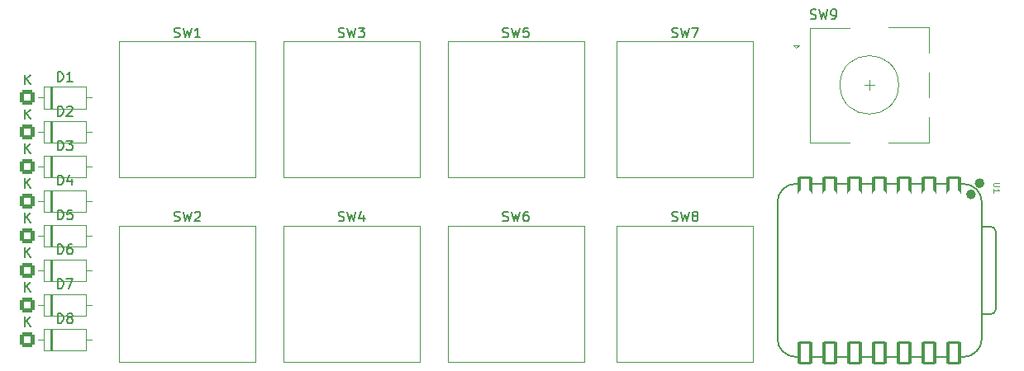
<source format=gto>
G04 #@! TF.GenerationSoftware,KiCad,Pcbnew,9.0.2*
G04 #@! TF.CreationDate,2025-06-25T22:16:46-04:00*
G04 #@! TF.ProjectId,Macropad,4d616372-6f70-4616-942e-6b696361645f,rev?*
G04 #@! TF.SameCoordinates,Original*
G04 #@! TF.FileFunction,Legend,Top*
G04 #@! TF.FilePolarity,Positive*
%FSLAX46Y46*%
G04 Gerber Fmt 4.6, Leading zero omitted, Abs format (unit mm)*
G04 Created by KiCad (PCBNEW 9.0.2) date 2025-06-25 22:16:46*
%MOMM*%
%LPD*%
G01*
G04 APERTURE LIST*
G04 Aperture macros list*
%AMRoundRect*
0 Rectangle with rounded corners*
0 $1 Rounding radius*
0 $2 $3 $4 $5 $6 $7 $8 $9 X,Y pos of 4 corners*
0 Add a 4 corners polygon primitive as box body*
4,1,4,$2,$3,$4,$5,$6,$7,$8,$9,$2,$3,0*
0 Add four circle primitives for the rounded corners*
1,1,$1+$1,$2,$3*
1,1,$1+$1,$4,$5*
1,1,$1+$1,$6,$7*
1,1,$1+$1,$8,$9*
0 Add four rect primitives between the rounded corners*
20,1,$1+$1,$2,$3,$4,$5,0*
20,1,$1+$1,$4,$5,$6,$7,0*
20,1,$1+$1,$6,$7,$8,$9,0*
20,1,$1+$1,$8,$9,$2,$3,0*%
G04 Aperture macros list end*
%ADD10C,0.150000*%
%ADD11C,0.101600*%
%ADD12C,0.120000*%
%ADD13C,0.127000*%
%ADD14C,0.100000*%
%ADD15C,0.504000*%
%ADD16RoundRect,0.250000X-0.550000X-0.550000X0.550000X-0.550000X0.550000X0.550000X-0.550000X0.550000X0*%
%ADD17C,1.600000*%
%ADD18C,1.700000*%
%ADD19C,4.000000*%
%ADD20C,2.200000*%
%ADD21C,1.500000*%
%ADD22R,2.000000X2.000000*%
%ADD23C,2.000000*%
%ADD24R,3.200000X2.000000*%
%ADD25RoundRect,0.152400X0.609600X-1.063600X0.609600X1.063600X-0.609600X1.063600X-0.609600X-1.063600X0*%
%ADD26C,1.524000*%
%ADD27RoundRect,0.152400X-0.609600X1.063600X-0.609600X-1.063600X0.609600X-1.063600X0.609600X1.063600X0*%
G04 APERTURE END LIST*
D10*
X91059405Y-73409819D02*
X91059405Y-72409819D01*
X91059405Y-72409819D02*
X91297500Y-72409819D01*
X91297500Y-72409819D02*
X91440357Y-72457438D01*
X91440357Y-72457438D02*
X91535595Y-72552676D01*
X91535595Y-72552676D02*
X91583214Y-72647914D01*
X91583214Y-72647914D02*
X91630833Y-72838390D01*
X91630833Y-72838390D02*
X91630833Y-72981247D01*
X91630833Y-72981247D02*
X91583214Y-73171723D01*
X91583214Y-73171723D02*
X91535595Y-73266961D01*
X91535595Y-73266961D02*
X91440357Y-73362200D01*
X91440357Y-73362200D02*
X91297500Y-73409819D01*
X91297500Y-73409819D02*
X91059405Y-73409819D01*
X91964167Y-72409819D02*
X92583214Y-72409819D01*
X92583214Y-72409819D02*
X92249881Y-72790771D01*
X92249881Y-72790771D02*
X92392738Y-72790771D01*
X92392738Y-72790771D02*
X92487976Y-72838390D01*
X92487976Y-72838390D02*
X92535595Y-72886009D01*
X92535595Y-72886009D02*
X92583214Y-72981247D01*
X92583214Y-72981247D02*
X92583214Y-73219342D01*
X92583214Y-73219342D02*
X92535595Y-73314580D01*
X92535595Y-73314580D02*
X92487976Y-73362200D01*
X92487976Y-73362200D02*
X92392738Y-73409819D01*
X92392738Y-73409819D02*
X92107024Y-73409819D01*
X92107024Y-73409819D02*
X92011786Y-73362200D01*
X92011786Y-73362200D02*
X91964167Y-73314580D01*
X87725595Y-73729819D02*
X87725595Y-72729819D01*
X88297023Y-73729819D02*
X87868452Y-73158390D01*
X88297023Y-72729819D02*
X87725595Y-73301247D01*
X91059405Y-76959819D02*
X91059405Y-75959819D01*
X91059405Y-75959819D02*
X91297500Y-75959819D01*
X91297500Y-75959819D02*
X91440357Y-76007438D01*
X91440357Y-76007438D02*
X91535595Y-76102676D01*
X91535595Y-76102676D02*
X91583214Y-76197914D01*
X91583214Y-76197914D02*
X91630833Y-76388390D01*
X91630833Y-76388390D02*
X91630833Y-76531247D01*
X91630833Y-76531247D02*
X91583214Y-76721723D01*
X91583214Y-76721723D02*
X91535595Y-76816961D01*
X91535595Y-76816961D02*
X91440357Y-76912200D01*
X91440357Y-76912200D02*
X91297500Y-76959819D01*
X91297500Y-76959819D02*
X91059405Y-76959819D01*
X92487976Y-76293152D02*
X92487976Y-76959819D01*
X92249881Y-75912200D02*
X92011786Y-76626485D01*
X92011786Y-76626485D02*
X92630833Y-76626485D01*
X87725595Y-77279819D02*
X87725595Y-76279819D01*
X88297023Y-77279819D02*
X87868452Y-76708390D01*
X88297023Y-76279819D02*
X87725595Y-76851247D01*
X103005417Y-80639450D02*
X103148274Y-80687069D01*
X103148274Y-80687069D02*
X103386369Y-80687069D01*
X103386369Y-80687069D02*
X103481607Y-80639450D01*
X103481607Y-80639450D02*
X103529226Y-80591830D01*
X103529226Y-80591830D02*
X103576845Y-80496592D01*
X103576845Y-80496592D02*
X103576845Y-80401354D01*
X103576845Y-80401354D02*
X103529226Y-80306116D01*
X103529226Y-80306116D02*
X103481607Y-80258497D01*
X103481607Y-80258497D02*
X103386369Y-80210878D01*
X103386369Y-80210878D02*
X103195893Y-80163259D01*
X103195893Y-80163259D02*
X103100655Y-80115640D01*
X103100655Y-80115640D02*
X103053036Y-80068021D01*
X103053036Y-80068021D02*
X103005417Y-79972783D01*
X103005417Y-79972783D02*
X103005417Y-79877545D01*
X103005417Y-79877545D02*
X103053036Y-79782307D01*
X103053036Y-79782307D02*
X103100655Y-79734688D01*
X103100655Y-79734688D02*
X103195893Y-79687069D01*
X103195893Y-79687069D02*
X103433988Y-79687069D01*
X103433988Y-79687069D02*
X103576845Y-79734688D01*
X103910179Y-79687069D02*
X104148274Y-80687069D01*
X104148274Y-80687069D02*
X104338750Y-79972783D01*
X104338750Y-79972783D02*
X104529226Y-80687069D01*
X104529226Y-80687069D02*
X104767322Y-79687069D01*
X105100655Y-79782307D02*
X105148274Y-79734688D01*
X105148274Y-79734688D02*
X105243512Y-79687069D01*
X105243512Y-79687069D02*
X105481607Y-79687069D01*
X105481607Y-79687069D02*
X105576845Y-79734688D01*
X105576845Y-79734688D02*
X105624464Y-79782307D01*
X105624464Y-79782307D02*
X105672083Y-79877545D01*
X105672083Y-79877545D02*
X105672083Y-79972783D01*
X105672083Y-79972783D02*
X105624464Y-80115640D01*
X105624464Y-80115640D02*
X105053036Y-80687069D01*
X105053036Y-80687069D02*
X105672083Y-80687069D01*
X91059405Y-66309819D02*
X91059405Y-65309819D01*
X91059405Y-65309819D02*
X91297500Y-65309819D01*
X91297500Y-65309819D02*
X91440357Y-65357438D01*
X91440357Y-65357438D02*
X91535595Y-65452676D01*
X91535595Y-65452676D02*
X91583214Y-65547914D01*
X91583214Y-65547914D02*
X91630833Y-65738390D01*
X91630833Y-65738390D02*
X91630833Y-65881247D01*
X91630833Y-65881247D02*
X91583214Y-66071723D01*
X91583214Y-66071723D02*
X91535595Y-66166961D01*
X91535595Y-66166961D02*
X91440357Y-66262200D01*
X91440357Y-66262200D02*
X91297500Y-66309819D01*
X91297500Y-66309819D02*
X91059405Y-66309819D01*
X92583214Y-66309819D02*
X92011786Y-66309819D01*
X92297500Y-66309819D02*
X92297500Y-65309819D01*
X92297500Y-65309819D02*
X92202262Y-65452676D01*
X92202262Y-65452676D02*
X92107024Y-65547914D01*
X92107024Y-65547914D02*
X92011786Y-65595533D01*
X87725595Y-66629819D02*
X87725595Y-65629819D01*
X88297023Y-66629819D02*
X87868452Y-66058390D01*
X88297023Y-65629819D02*
X87725595Y-66201247D01*
X153981667Y-80639450D02*
X154124524Y-80687069D01*
X154124524Y-80687069D02*
X154362619Y-80687069D01*
X154362619Y-80687069D02*
X154457857Y-80639450D01*
X154457857Y-80639450D02*
X154505476Y-80591830D01*
X154505476Y-80591830D02*
X154553095Y-80496592D01*
X154553095Y-80496592D02*
X154553095Y-80401354D01*
X154553095Y-80401354D02*
X154505476Y-80306116D01*
X154505476Y-80306116D02*
X154457857Y-80258497D01*
X154457857Y-80258497D02*
X154362619Y-80210878D01*
X154362619Y-80210878D02*
X154172143Y-80163259D01*
X154172143Y-80163259D02*
X154076905Y-80115640D01*
X154076905Y-80115640D02*
X154029286Y-80068021D01*
X154029286Y-80068021D02*
X153981667Y-79972783D01*
X153981667Y-79972783D02*
X153981667Y-79877545D01*
X153981667Y-79877545D02*
X154029286Y-79782307D01*
X154029286Y-79782307D02*
X154076905Y-79734688D01*
X154076905Y-79734688D02*
X154172143Y-79687069D01*
X154172143Y-79687069D02*
X154410238Y-79687069D01*
X154410238Y-79687069D02*
X154553095Y-79734688D01*
X154886429Y-79687069D02*
X155124524Y-80687069D01*
X155124524Y-80687069D02*
X155315000Y-79972783D01*
X155315000Y-79972783D02*
X155505476Y-80687069D01*
X155505476Y-80687069D02*
X155743572Y-79687069D01*
X156267381Y-80115640D02*
X156172143Y-80068021D01*
X156172143Y-80068021D02*
X156124524Y-80020402D01*
X156124524Y-80020402D02*
X156076905Y-79925164D01*
X156076905Y-79925164D02*
X156076905Y-79877545D01*
X156076905Y-79877545D02*
X156124524Y-79782307D01*
X156124524Y-79782307D02*
X156172143Y-79734688D01*
X156172143Y-79734688D02*
X156267381Y-79687069D01*
X156267381Y-79687069D02*
X156457857Y-79687069D01*
X156457857Y-79687069D02*
X156553095Y-79734688D01*
X156553095Y-79734688D02*
X156600714Y-79782307D01*
X156600714Y-79782307D02*
X156648333Y-79877545D01*
X156648333Y-79877545D02*
X156648333Y-79925164D01*
X156648333Y-79925164D02*
X156600714Y-80020402D01*
X156600714Y-80020402D02*
X156553095Y-80068021D01*
X156553095Y-80068021D02*
X156457857Y-80115640D01*
X156457857Y-80115640D02*
X156267381Y-80115640D01*
X156267381Y-80115640D02*
X156172143Y-80163259D01*
X156172143Y-80163259D02*
X156124524Y-80210878D01*
X156124524Y-80210878D02*
X156076905Y-80306116D01*
X156076905Y-80306116D02*
X156076905Y-80496592D01*
X156076905Y-80496592D02*
X156124524Y-80591830D01*
X156124524Y-80591830D02*
X156172143Y-80639450D01*
X156172143Y-80639450D02*
X156267381Y-80687069D01*
X156267381Y-80687069D02*
X156457857Y-80687069D01*
X156457857Y-80687069D02*
X156553095Y-80639450D01*
X156553095Y-80639450D02*
X156600714Y-80591830D01*
X156600714Y-80591830D02*
X156648333Y-80496592D01*
X156648333Y-80496592D02*
X156648333Y-80306116D01*
X156648333Y-80306116D02*
X156600714Y-80210878D01*
X156600714Y-80210878D02*
X156553095Y-80163259D01*
X156553095Y-80163259D02*
X156457857Y-80115640D01*
X91059405Y-69859819D02*
X91059405Y-68859819D01*
X91059405Y-68859819D02*
X91297500Y-68859819D01*
X91297500Y-68859819D02*
X91440357Y-68907438D01*
X91440357Y-68907438D02*
X91535595Y-69002676D01*
X91535595Y-69002676D02*
X91583214Y-69097914D01*
X91583214Y-69097914D02*
X91630833Y-69288390D01*
X91630833Y-69288390D02*
X91630833Y-69431247D01*
X91630833Y-69431247D02*
X91583214Y-69621723D01*
X91583214Y-69621723D02*
X91535595Y-69716961D01*
X91535595Y-69716961D02*
X91440357Y-69812200D01*
X91440357Y-69812200D02*
X91297500Y-69859819D01*
X91297500Y-69859819D02*
X91059405Y-69859819D01*
X92011786Y-68955057D02*
X92059405Y-68907438D01*
X92059405Y-68907438D02*
X92154643Y-68859819D01*
X92154643Y-68859819D02*
X92392738Y-68859819D01*
X92392738Y-68859819D02*
X92487976Y-68907438D01*
X92487976Y-68907438D02*
X92535595Y-68955057D01*
X92535595Y-68955057D02*
X92583214Y-69050295D01*
X92583214Y-69050295D02*
X92583214Y-69145533D01*
X92583214Y-69145533D02*
X92535595Y-69288390D01*
X92535595Y-69288390D02*
X91964167Y-69859819D01*
X91964167Y-69859819D02*
X92583214Y-69859819D01*
X87725595Y-70179819D02*
X87725595Y-69179819D01*
X88297023Y-70179819D02*
X87868452Y-69608390D01*
X88297023Y-69179819D02*
X87725595Y-69751247D01*
X168172917Y-59882200D02*
X168315774Y-59929819D01*
X168315774Y-59929819D02*
X168553869Y-59929819D01*
X168553869Y-59929819D02*
X168649107Y-59882200D01*
X168649107Y-59882200D02*
X168696726Y-59834580D01*
X168696726Y-59834580D02*
X168744345Y-59739342D01*
X168744345Y-59739342D02*
X168744345Y-59644104D01*
X168744345Y-59644104D02*
X168696726Y-59548866D01*
X168696726Y-59548866D02*
X168649107Y-59501247D01*
X168649107Y-59501247D02*
X168553869Y-59453628D01*
X168553869Y-59453628D02*
X168363393Y-59406009D01*
X168363393Y-59406009D02*
X168268155Y-59358390D01*
X168268155Y-59358390D02*
X168220536Y-59310771D01*
X168220536Y-59310771D02*
X168172917Y-59215533D01*
X168172917Y-59215533D02*
X168172917Y-59120295D01*
X168172917Y-59120295D02*
X168220536Y-59025057D01*
X168220536Y-59025057D02*
X168268155Y-58977438D01*
X168268155Y-58977438D02*
X168363393Y-58929819D01*
X168363393Y-58929819D02*
X168601488Y-58929819D01*
X168601488Y-58929819D02*
X168744345Y-58977438D01*
X169077679Y-58929819D02*
X169315774Y-59929819D01*
X169315774Y-59929819D02*
X169506250Y-59215533D01*
X169506250Y-59215533D02*
X169696726Y-59929819D01*
X169696726Y-59929819D02*
X169934822Y-58929819D01*
X170363393Y-59929819D02*
X170553869Y-59929819D01*
X170553869Y-59929819D02*
X170649107Y-59882200D01*
X170649107Y-59882200D02*
X170696726Y-59834580D01*
X170696726Y-59834580D02*
X170791964Y-59691723D01*
X170791964Y-59691723D02*
X170839583Y-59501247D01*
X170839583Y-59501247D02*
X170839583Y-59120295D01*
X170839583Y-59120295D02*
X170791964Y-59025057D01*
X170791964Y-59025057D02*
X170744345Y-58977438D01*
X170744345Y-58977438D02*
X170649107Y-58929819D01*
X170649107Y-58929819D02*
X170458631Y-58929819D01*
X170458631Y-58929819D02*
X170363393Y-58977438D01*
X170363393Y-58977438D02*
X170315774Y-59025057D01*
X170315774Y-59025057D02*
X170268155Y-59120295D01*
X170268155Y-59120295D02*
X170268155Y-59358390D01*
X170268155Y-59358390D02*
X170315774Y-59453628D01*
X170315774Y-59453628D02*
X170363393Y-59501247D01*
X170363393Y-59501247D02*
X170458631Y-59548866D01*
X170458631Y-59548866D02*
X170649107Y-59548866D01*
X170649107Y-59548866D02*
X170744345Y-59501247D01*
X170744345Y-59501247D02*
X170791964Y-59453628D01*
X170791964Y-59453628D02*
X170839583Y-59358390D01*
X136660417Y-61748200D02*
X136803274Y-61795819D01*
X136803274Y-61795819D02*
X137041369Y-61795819D01*
X137041369Y-61795819D02*
X137136607Y-61748200D01*
X137136607Y-61748200D02*
X137184226Y-61700580D01*
X137184226Y-61700580D02*
X137231845Y-61605342D01*
X137231845Y-61605342D02*
X137231845Y-61510104D01*
X137231845Y-61510104D02*
X137184226Y-61414866D01*
X137184226Y-61414866D02*
X137136607Y-61367247D01*
X137136607Y-61367247D02*
X137041369Y-61319628D01*
X137041369Y-61319628D02*
X136850893Y-61272009D01*
X136850893Y-61272009D02*
X136755655Y-61224390D01*
X136755655Y-61224390D02*
X136708036Y-61176771D01*
X136708036Y-61176771D02*
X136660417Y-61081533D01*
X136660417Y-61081533D02*
X136660417Y-60986295D01*
X136660417Y-60986295D02*
X136708036Y-60891057D01*
X136708036Y-60891057D02*
X136755655Y-60843438D01*
X136755655Y-60843438D02*
X136850893Y-60795819D01*
X136850893Y-60795819D02*
X137088988Y-60795819D01*
X137088988Y-60795819D02*
X137231845Y-60843438D01*
X137565179Y-60795819D02*
X137803274Y-61795819D01*
X137803274Y-61795819D02*
X137993750Y-61081533D01*
X137993750Y-61081533D02*
X138184226Y-61795819D01*
X138184226Y-61795819D02*
X138422322Y-60795819D01*
X139279464Y-60795819D02*
X138803274Y-60795819D01*
X138803274Y-60795819D02*
X138755655Y-61272009D01*
X138755655Y-61272009D02*
X138803274Y-61224390D01*
X138803274Y-61224390D02*
X138898512Y-61176771D01*
X138898512Y-61176771D02*
X139136607Y-61176771D01*
X139136607Y-61176771D02*
X139231845Y-61224390D01*
X139231845Y-61224390D02*
X139279464Y-61272009D01*
X139279464Y-61272009D02*
X139327083Y-61367247D01*
X139327083Y-61367247D02*
X139327083Y-61605342D01*
X139327083Y-61605342D02*
X139279464Y-61700580D01*
X139279464Y-61700580D02*
X139231845Y-61748200D01*
X139231845Y-61748200D02*
X139136607Y-61795819D01*
X139136607Y-61795819D02*
X138898512Y-61795819D01*
X138898512Y-61795819D02*
X138803274Y-61748200D01*
X138803274Y-61748200D02*
X138755655Y-61700580D01*
X119824167Y-61748200D02*
X119967024Y-61795819D01*
X119967024Y-61795819D02*
X120205119Y-61795819D01*
X120205119Y-61795819D02*
X120300357Y-61748200D01*
X120300357Y-61748200D02*
X120347976Y-61700580D01*
X120347976Y-61700580D02*
X120395595Y-61605342D01*
X120395595Y-61605342D02*
X120395595Y-61510104D01*
X120395595Y-61510104D02*
X120347976Y-61414866D01*
X120347976Y-61414866D02*
X120300357Y-61367247D01*
X120300357Y-61367247D02*
X120205119Y-61319628D01*
X120205119Y-61319628D02*
X120014643Y-61272009D01*
X120014643Y-61272009D02*
X119919405Y-61224390D01*
X119919405Y-61224390D02*
X119871786Y-61176771D01*
X119871786Y-61176771D02*
X119824167Y-61081533D01*
X119824167Y-61081533D02*
X119824167Y-60986295D01*
X119824167Y-60986295D02*
X119871786Y-60891057D01*
X119871786Y-60891057D02*
X119919405Y-60843438D01*
X119919405Y-60843438D02*
X120014643Y-60795819D01*
X120014643Y-60795819D02*
X120252738Y-60795819D01*
X120252738Y-60795819D02*
X120395595Y-60843438D01*
X120728929Y-60795819D02*
X120967024Y-61795819D01*
X120967024Y-61795819D02*
X121157500Y-61081533D01*
X121157500Y-61081533D02*
X121347976Y-61795819D01*
X121347976Y-61795819D02*
X121586072Y-60795819D01*
X121871786Y-60795819D02*
X122490833Y-60795819D01*
X122490833Y-60795819D02*
X122157500Y-61176771D01*
X122157500Y-61176771D02*
X122300357Y-61176771D01*
X122300357Y-61176771D02*
X122395595Y-61224390D01*
X122395595Y-61224390D02*
X122443214Y-61272009D01*
X122443214Y-61272009D02*
X122490833Y-61367247D01*
X122490833Y-61367247D02*
X122490833Y-61605342D01*
X122490833Y-61605342D02*
X122443214Y-61700580D01*
X122443214Y-61700580D02*
X122395595Y-61748200D01*
X122395595Y-61748200D02*
X122300357Y-61795819D01*
X122300357Y-61795819D02*
X122014643Y-61795819D01*
X122014643Y-61795819D02*
X121919405Y-61748200D01*
X121919405Y-61748200D02*
X121871786Y-61700580D01*
X91059405Y-87609819D02*
X91059405Y-86609819D01*
X91059405Y-86609819D02*
X91297500Y-86609819D01*
X91297500Y-86609819D02*
X91440357Y-86657438D01*
X91440357Y-86657438D02*
X91535595Y-86752676D01*
X91535595Y-86752676D02*
X91583214Y-86847914D01*
X91583214Y-86847914D02*
X91630833Y-87038390D01*
X91630833Y-87038390D02*
X91630833Y-87181247D01*
X91630833Y-87181247D02*
X91583214Y-87371723D01*
X91583214Y-87371723D02*
X91535595Y-87466961D01*
X91535595Y-87466961D02*
X91440357Y-87562200D01*
X91440357Y-87562200D02*
X91297500Y-87609819D01*
X91297500Y-87609819D02*
X91059405Y-87609819D01*
X91964167Y-86609819D02*
X92630833Y-86609819D01*
X92630833Y-86609819D02*
X92202262Y-87609819D01*
X87725595Y-87929819D02*
X87725595Y-86929819D01*
X88297023Y-87929819D02*
X87868452Y-87358390D01*
X88297023Y-86929819D02*
X87725595Y-87501247D01*
X153981667Y-61748200D02*
X154124524Y-61795819D01*
X154124524Y-61795819D02*
X154362619Y-61795819D01*
X154362619Y-61795819D02*
X154457857Y-61748200D01*
X154457857Y-61748200D02*
X154505476Y-61700580D01*
X154505476Y-61700580D02*
X154553095Y-61605342D01*
X154553095Y-61605342D02*
X154553095Y-61510104D01*
X154553095Y-61510104D02*
X154505476Y-61414866D01*
X154505476Y-61414866D02*
X154457857Y-61367247D01*
X154457857Y-61367247D02*
X154362619Y-61319628D01*
X154362619Y-61319628D02*
X154172143Y-61272009D01*
X154172143Y-61272009D02*
X154076905Y-61224390D01*
X154076905Y-61224390D02*
X154029286Y-61176771D01*
X154029286Y-61176771D02*
X153981667Y-61081533D01*
X153981667Y-61081533D02*
X153981667Y-60986295D01*
X153981667Y-60986295D02*
X154029286Y-60891057D01*
X154029286Y-60891057D02*
X154076905Y-60843438D01*
X154076905Y-60843438D02*
X154172143Y-60795819D01*
X154172143Y-60795819D02*
X154410238Y-60795819D01*
X154410238Y-60795819D02*
X154553095Y-60843438D01*
X154886429Y-60795819D02*
X155124524Y-61795819D01*
X155124524Y-61795819D02*
X155315000Y-61081533D01*
X155315000Y-61081533D02*
X155505476Y-61795819D01*
X155505476Y-61795819D02*
X155743572Y-60795819D01*
X156029286Y-60795819D02*
X156695952Y-60795819D01*
X156695952Y-60795819D02*
X156267381Y-61795819D01*
D11*
X187543020Y-76741190D02*
X187028973Y-76741190D01*
X187028973Y-76741190D02*
X186968497Y-76771428D01*
X186968497Y-76771428D02*
X186938259Y-76801666D01*
X186938259Y-76801666D02*
X186908020Y-76862142D01*
X186908020Y-76862142D02*
X186908020Y-76983095D01*
X186908020Y-76983095D02*
X186938259Y-77043571D01*
X186938259Y-77043571D02*
X186968497Y-77073809D01*
X186968497Y-77073809D02*
X187028973Y-77104047D01*
X187028973Y-77104047D02*
X187543020Y-77104047D01*
X186908020Y-77739047D02*
X186908020Y-77376190D01*
X186908020Y-77557618D02*
X187543020Y-77557618D01*
X187543020Y-77557618D02*
X187452306Y-77497142D01*
X187452306Y-77497142D02*
X187391830Y-77436666D01*
X187391830Y-77436666D02*
X187361592Y-77376190D01*
D10*
X103005417Y-61748200D02*
X103148274Y-61795819D01*
X103148274Y-61795819D02*
X103386369Y-61795819D01*
X103386369Y-61795819D02*
X103481607Y-61748200D01*
X103481607Y-61748200D02*
X103529226Y-61700580D01*
X103529226Y-61700580D02*
X103576845Y-61605342D01*
X103576845Y-61605342D02*
X103576845Y-61510104D01*
X103576845Y-61510104D02*
X103529226Y-61414866D01*
X103529226Y-61414866D02*
X103481607Y-61367247D01*
X103481607Y-61367247D02*
X103386369Y-61319628D01*
X103386369Y-61319628D02*
X103195893Y-61272009D01*
X103195893Y-61272009D02*
X103100655Y-61224390D01*
X103100655Y-61224390D02*
X103053036Y-61176771D01*
X103053036Y-61176771D02*
X103005417Y-61081533D01*
X103005417Y-61081533D02*
X103005417Y-60986295D01*
X103005417Y-60986295D02*
X103053036Y-60891057D01*
X103053036Y-60891057D02*
X103100655Y-60843438D01*
X103100655Y-60843438D02*
X103195893Y-60795819D01*
X103195893Y-60795819D02*
X103433988Y-60795819D01*
X103433988Y-60795819D02*
X103576845Y-60843438D01*
X103910179Y-60795819D02*
X104148274Y-61795819D01*
X104148274Y-61795819D02*
X104338750Y-61081533D01*
X104338750Y-61081533D02*
X104529226Y-61795819D01*
X104529226Y-61795819D02*
X104767322Y-60795819D01*
X105672083Y-61795819D02*
X105100655Y-61795819D01*
X105386369Y-61795819D02*
X105386369Y-60795819D01*
X105386369Y-60795819D02*
X105291131Y-60938676D01*
X105291131Y-60938676D02*
X105195893Y-61033914D01*
X105195893Y-61033914D02*
X105100655Y-61081533D01*
X119824167Y-80639450D02*
X119967024Y-80687069D01*
X119967024Y-80687069D02*
X120205119Y-80687069D01*
X120205119Y-80687069D02*
X120300357Y-80639450D01*
X120300357Y-80639450D02*
X120347976Y-80591830D01*
X120347976Y-80591830D02*
X120395595Y-80496592D01*
X120395595Y-80496592D02*
X120395595Y-80401354D01*
X120395595Y-80401354D02*
X120347976Y-80306116D01*
X120347976Y-80306116D02*
X120300357Y-80258497D01*
X120300357Y-80258497D02*
X120205119Y-80210878D01*
X120205119Y-80210878D02*
X120014643Y-80163259D01*
X120014643Y-80163259D02*
X119919405Y-80115640D01*
X119919405Y-80115640D02*
X119871786Y-80068021D01*
X119871786Y-80068021D02*
X119824167Y-79972783D01*
X119824167Y-79972783D02*
X119824167Y-79877545D01*
X119824167Y-79877545D02*
X119871786Y-79782307D01*
X119871786Y-79782307D02*
X119919405Y-79734688D01*
X119919405Y-79734688D02*
X120014643Y-79687069D01*
X120014643Y-79687069D02*
X120252738Y-79687069D01*
X120252738Y-79687069D02*
X120395595Y-79734688D01*
X120728929Y-79687069D02*
X120967024Y-80687069D01*
X120967024Y-80687069D02*
X121157500Y-79972783D01*
X121157500Y-79972783D02*
X121347976Y-80687069D01*
X121347976Y-80687069D02*
X121586072Y-79687069D01*
X122395595Y-80020402D02*
X122395595Y-80687069D01*
X122157500Y-79639450D02*
X121919405Y-80353735D01*
X121919405Y-80353735D02*
X122538452Y-80353735D01*
X136660417Y-80639450D02*
X136803274Y-80687069D01*
X136803274Y-80687069D02*
X137041369Y-80687069D01*
X137041369Y-80687069D02*
X137136607Y-80639450D01*
X137136607Y-80639450D02*
X137184226Y-80591830D01*
X137184226Y-80591830D02*
X137231845Y-80496592D01*
X137231845Y-80496592D02*
X137231845Y-80401354D01*
X137231845Y-80401354D02*
X137184226Y-80306116D01*
X137184226Y-80306116D02*
X137136607Y-80258497D01*
X137136607Y-80258497D02*
X137041369Y-80210878D01*
X137041369Y-80210878D02*
X136850893Y-80163259D01*
X136850893Y-80163259D02*
X136755655Y-80115640D01*
X136755655Y-80115640D02*
X136708036Y-80068021D01*
X136708036Y-80068021D02*
X136660417Y-79972783D01*
X136660417Y-79972783D02*
X136660417Y-79877545D01*
X136660417Y-79877545D02*
X136708036Y-79782307D01*
X136708036Y-79782307D02*
X136755655Y-79734688D01*
X136755655Y-79734688D02*
X136850893Y-79687069D01*
X136850893Y-79687069D02*
X137088988Y-79687069D01*
X137088988Y-79687069D02*
X137231845Y-79734688D01*
X137565179Y-79687069D02*
X137803274Y-80687069D01*
X137803274Y-80687069D02*
X137993750Y-79972783D01*
X137993750Y-79972783D02*
X138184226Y-80687069D01*
X138184226Y-80687069D02*
X138422322Y-79687069D01*
X139231845Y-79687069D02*
X139041369Y-79687069D01*
X139041369Y-79687069D02*
X138946131Y-79734688D01*
X138946131Y-79734688D02*
X138898512Y-79782307D01*
X138898512Y-79782307D02*
X138803274Y-79925164D01*
X138803274Y-79925164D02*
X138755655Y-80115640D01*
X138755655Y-80115640D02*
X138755655Y-80496592D01*
X138755655Y-80496592D02*
X138803274Y-80591830D01*
X138803274Y-80591830D02*
X138850893Y-80639450D01*
X138850893Y-80639450D02*
X138946131Y-80687069D01*
X138946131Y-80687069D02*
X139136607Y-80687069D01*
X139136607Y-80687069D02*
X139231845Y-80639450D01*
X139231845Y-80639450D02*
X139279464Y-80591830D01*
X139279464Y-80591830D02*
X139327083Y-80496592D01*
X139327083Y-80496592D02*
X139327083Y-80258497D01*
X139327083Y-80258497D02*
X139279464Y-80163259D01*
X139279464Y-80163259D02*
X139231845Y-80115640D01*
X139231845Y-80115640D02*
X139136607Y-80068021D01*
X139136607Y-80068021D02*
X138946131Y-80068021D01*
X138946131Y-80068021D02*
X138850893Y-80115640D01*
X138850893Y-80115640D02*
X138803274Y-80163259D01*
X138803274Y-80163259D02*
X138755655Y-80258497D01*
X91059405Y-91159819D02*
X91059405Y-90159819D01*
X91059405Y-90159819D02*
X91297500Y-90159819D01*
X91297500Y-90159819D02*
X91440357Y-90207438D01*
X91440357Y-90207438D02*
X91535595Y-90302676D01*
X91535595Y-90302676D02*
X91583214Y-90397914D01*
X91583214Y-90397914D02*
X91630833Y-90588390D01*
X91630833Y-90588390D02*
X91630833Y-90731247D01*
X91630833Y-90731247D02*
X91583214Y-90921723D01*
X91583214Y-90921723D02*
X91535595Y-91016961D01*
X91535595Y-91016961D02*
X91440357Y-91112200D01*
X91440357Y-91112200D02*
X91297500Y-91159819D01*
X91297500Y-91159819D02*
X91059405Y-91159819D01*
X92202262Y-90588390D02*
X92107024Y-90540771D01*
X92107024Y-90540771D02*
X92059405Y-90493152D01*
X92059405Y-90493152D02*
X92011786Y-90397914D01*
X92011786Y-90397914D02*
X92011786Y-90350295D01*
X92011786Y-90350295D02*
X92059405Y-90255057D01*
X92059405Y-90255057D02*
X92107024Y-90207438D01*
X92107024Y-90207438D02*
X92202262Y-90159819D01*
X92202262Y-90159819D02*
X92392738Y-90159819D01*
X92392738Y-90159819D02*
X92487976Y-90207438D01*
X92487976Y-90207438D02*
X92535595Y-90255057D01*
X92535595Y-90255057D02*
X92583214Y-90350295D01*
X92583214Y-90350295D02*
X92583214Y-90397914D01*
X92583214Y-90397914D02*
X92535595Y-90493152D01*
X92535595Y-90493152D02*
X92487976Y-90540771D01*
X92487976Y-90540771D02*
X92392738Y-90588390D01*
X92392738Y-90588390D02*
X92202262Y-90588390D01*
X92202262Y-90588390D02*
X92107024Y-90636009D01*
X92107024Y-90636009D02*
X92059405Y-90683628D01*
X92059405Y-90683628D02*
X92011786Y-90778866D01*
X92011786Y-90778866D02*
X92011786Y-90969342D01*
X92011786Y-90969342D02*
X92059405Y-91064580D01*
X92059405Y-91064580D02*
X92107024Y-91112200D01*
X92107024Y-91112200D02*
X92202262Y-91159819D01*
X92202262Y-91159819D02*
X92392738Y-91159819D01*
X92392738Y-91159819D02*
X92487976Y-91112200D01*
X92487976Y-91112200D02*
X92535595Y-91064580D01*
X92535595Y-91064580D02*
X92583214Y-90969342D01*
X92583214Y-90969342D02*
X92583214Y-90778866D01*
X92583214Y-90778866D02*
X92535595Y-90683628D01*
X92535595Y-90683628D02*
X92487976Y-90636009D01*
X92487976Y-90636009D02*
X92392738Y-90588390D01*
X87725595Y-91479819D02*
X87725595Y-90479819D01*
X88297023Y-91479819D02*
X87868452Y-90908390D01*
X88297023Y-90479819D02*
X87725595Y-91051247D01*
X91059405Y-84059819D02*
X91059405Y-83059819D01*
X91059405Y-83059819D02*
X91297500Y-83059819D01*
X91297500Y-83059819D02*
X91440357Y-83107438D01*
X91440357Y-83107438D02*
X91535595Y-83202676D01*
X91535595Y-83202676D02*
X91583214Y-83297914D01*
X91583214Y-83297914D02*
X91630833Y-83488390D01*
X91630833Y-83488390D02*
X91630833Y-83631247D01*
X91630833Y-83631247D02*
X91583214Y-83821723D01*
X91583214Y-83821723D02*
X91535595Y-83916961D01*
X91535595Y-83916961D02*
X91440357Y-84012200D01*
X91440357Y-84012200D02*
X91297500Y-84059819D01*
X91297500Y-84059819D02*
X91059405Y-84059819D01*
X92487976Y-83059819D02*
X92297500Y-83059819D01*
X92297500Y-83059819D02*
X92202262Y-83107438D01*
X92202262Y-83107438D02*
X92154643Y-83155057D01*
X92154643Y-83155057D02*
X92059405Y-83297914D01*
X92059405Y-83297914D02*
X92011786Y-83488390D01*
X92011786Y-83488390D02*
X92011786Y-83869342D01*
X92011786Y-83869342D02*
X92059405Y-83964580D01*
X92059405Y-83964580D02*
X92107024Y-84012200D01*
X92107024Y-84012200D02*
X92202262Y-84059819D01*
X92202262Y-84059819D02*
X92392738Y-84059819D01*
X92392738Y-84059819D02*
X92487976Y-84012200D01*
X92487976Y-84012200D02*
X92535595Y-83964580D01*
X92535595Y-83964580D02*
X92583214Y-83869342D01*
X92583214Y-83869342D02*
X92583214Y-83631247D01*
X92583214Y-83631247D02*
X92535595Y-83536009D01*
X92535595Y-83536009D02*
X92487976Y-83488390D01*
X92487976Y-83488390D02*
X92392738Y-83440771D01*
X92392738Y-83440771D02*
X92202262Y-83440771D01*
X92202262Y-83440771D02*
X92107024Y-83488390D01*
X92107024Y-83488390D02*
X92059405Y-83536009D01*
X92059405Y-83536009D02*
X92011786Y-83631247D01*
X87725595Y-84379819D02*
X87725595Y-83379819D01*
X88297023Y-84379819D02*
X87868452Y-83808390D01*
X88297023Y-83379819D02*
X87725595Y-83951247D01*
X91059405Y-80509819D02*
X91059405Y-79509819D01*
X91059405Y-79509819D02*
X91297500Y-79509819D01*
X91297500Y-79509819D02*
X91440357Y-79557438D01*
X91440357Y-79557438D02*
X91535595Y-79652676D01*
X91535595Y-79652676D02*
X91583214Y-79747914D01*
X91583214Y-79747914D02*
X91630833Y-79938390D01*
X91630833Y-79938390D02*
X91630833Y-80081247D01*
X91630833Y-80081247D02*
X91583214Y-80271723D01*
X91583214Y-80271723D02*
X91535595Y-80366961D01*
X91535595Y-80366961D02*
X91440357Y-80462200D01*
X91440357Y-80462200D02*
X91297500Y-80509819D01*
X91297500Y-80509819D02*
X91059405Y-80509819D01*
X92535595Y-79509819D02*
X92059405Y-79509819D01*
X92059405Y-79509819D02*
X92011786Y-79986009D01*
X92011786Y-79986009D02*
X92059405Y-79938390D01*
X92059405Y-79938390D02*
X92154643Y-79890771D01*
X92154643Y-79890771D02*
X92392738Y-79890771D01*
X92392738Y-79890771D02*
X92487976Y-79938390D01*
X92487976Y-79938390D02*
X92535595Y-79986009D01*
X92535595Y-79986009D02*
X92583214Y-80081247D01*
X92583214Y-80081247D02*
X92583214Y-80319342D01*
X92583214Y-80319342D02*
X92535595Y-80414580D01*
X92535595Y-80414580D02*
X92487976Y-80462200D01*
X92487976Y-80462200D02*
X92392738Y-80509819D01*
X92392738Y-80509819D02*
X92154643Y-80509819D01*
X92154643Y-80509819D02*
X92059405Y-80462200D01*
X92059405Y-80462200D02*
X92011786Y-80414580D01*
X87725595Y-80829819D02*
X87725595Y-79829819D01*
X88297023Y-80829819D02*
X87868452Y-80258390D01*
X88297023Y-79829819D02*
X87725595Y-80401247D01*
D12*
G04 #@! TO.C,D3*
X89027500Y-75075000D02*
X89677500Y-75075000D01*
X90277500Y-73955000D02*
X90277500Y-76195000D01*
X90397500Y-73955000D02*
X90397500Y-76195000D01*
X90517500Y-73955000D02*
X90517500Y-76195000D01*
X94567500Y-75075000D02*
X93917500Y-75075000D01*
X89677500Y-73955000D02*
X93917500Y-73955000D01*
X93917500Y-76195000D01*
X89677500Y-76195000D01*
X89677500Y-73955000D01*
G04 #@! TO.C,D4*
X89027500Y-78625000D02*
X89677500Y-78625000D01*
X90277500Y-77505000D02*
X90277500Y-79745000D01*
X90397500Y-77505000D02*
X90397500Y-79745000D01*
X90517500Y-77505000D02*
X90517500Y-79745000D01*
X94567500Y-78625000D02*
X93917500Y-78625000D01*
X89677500Y-77505000D02*
X93917500Y-77505000D01*
X93917500Y-79745000D01*
X89677500Y-79745000D01*
X89677500Y-77505000D01*
G04 #@! TO.C,SW2*
X97353750Y-81121250D02*
X111323750Y-81121250D01*
X97353750Y-95091250D02*
X97353750Y-81121250D01*
X111323750Y-81121250D02*
X111323750Y-95091250D01*
X111323750Y-95091250D02*
X97353750Y-95091250D01*
G04 #@! TO.C,D1*
X89027500Y-67975000D02*
X89677500Y-67975000D01*
X90277500Y-66855000D02*
X90277500Y-69095000D01*
X90397500Y-66855000D02*
X90397500Y-69095000D01*
X90517500Y-66855000D02*
X90517500Y-69095000D01*
X94567500Y-67975000D02*
X93917500Y-67975000D01*
X89677500Y-66855000D02*
X93917500Y-66855000D01*
X93917500Y-69095000D01*
X89677500Y-69095000D01*
X89677500Y-66855000D01*
G04 #@! TO.C,SW8*
X148330000Y-81121250D02*
X162300000Y-81121250D01*
X148330000Y-95091250D02*
X148330000Y-81121250D01*
X162300000Y-81121250D02*
X162300000Y-95091250D01*
X162300000Y-95091250D02*
X148330000Y-95091250D01*
G04 #@! TO.C,D2*
X89027500Y-71525000D02*
X89677500Y-71525000D01*
X90277500Y-70405000D02*
X90277500Y-72645000D01*
X90397500Y-70405000D02*
X90397500Y-72645000D01*
X90517500Y-70405000D02*
X90517500Y-72645000D01*
X94567500Y-71525000D02*
X93917500Y-71525000D01*
X89677500Y-70405000D02*
X93917500Y-70405000D01*
X93917500Y-72645000D01*
X89677500Y-72645000D01*
X89677500Y-70405000D01*
G04 #@! TO.C,SW9*
X166406250Y-62575000D02*
X167006250Y-62575000D01*
X166706250Y-62875000D02*
X166406250Y-62575000D01*
X167006250Y-62575000D02*
X166706250Y-62875000D01*
X168106250Y-60875000D02*
X168106250Y-72575000D01*
X172206250Y-60875000D02*
X168106250Y-60875000D01*
X172206250Y-72575000D02*
X168106250Y-72575000D01*
X173706250Y-66675000D02*
X174706250Y-66675000D01*
X174206250Y-66175000D02*
X174206250Y-67175000D01*
X176206250Y-60775000D02*
X180306250Y-60775000D01*
X180306250Y-60775000D02*
X180306250Y-63375000D01*
X180306250Y-65375000D02*
X180306250Y-67975000D01*
X180306250Y-69975000D02*
X180306250Y-72575000D01*
X180306250Y-72575000D02*
X176206250Y-72575000D01*
X177206250Y-66675000D02*
G75*
G02*
X171206250Y-66675000I-3000000J0D01*
G01*
X171206250Y-66675000D02*
G75*
G02*
X177206250Y-66675000I3000000J0D01*
G01*
G04 #@! TO.C,SW5*
X131008750Y-62230000D02*
X144978750Y-62230000D01*
X131008750Y-76200000D02*
X131008750Y-62230000D01*
X144978750Y-62230000D02*
X144978750Y-76200000D01*
X144978750Y-76200000D02*
X131008750Y-76200000D01*
G04 #@! TO.C,SW3*
X114172500Y-62230000D02*
X128142500Y-62230000D01*
X114172500Y-76200000D02*
X114172500Y-62230000D01*
X128142500Y-62230000D02*
X128142500Y-76200000D01*
X128142500Y-76200000D02*
X114172500Y-76200000D01*
G04 #@! TO.C,D7*
X89027500Y-89275000D02*
X89677500Y-89275000D01*
X90277500Y-88155000D02*
X90277500Y-90395000D01*
X90397500Y-88155000D02*
X90397500Y-90395000D01*
X90517500Y-88155000D02*
X90517500Y-90395000D01*
X94567500Y-89275000D02*
X93917500Y-89275000D01*
X89677500Y-88155000D02*
X93917500Y-88155000D01*
X93917500Y-90395000D01*
X89677500Y-90395000D01*
X89677500Y-88155000D01*
G04 #@! TO.C,SW7*
X148330000Y-62230000D02*
X162300000Y-62230000D01*
X148330000Y-76200000D02*
X148330000Y-62230000D01*
X162300000Y-62230000D02*
X162300000Y-76200000D01*
X162300000Y-76200000D02*
X148330000Y-76200000D01*
D13*
G04 #@! TO.C,U1*
X164782500Y-78740000D02*
X164782500Y-92710000D01*
X166687500Y-76835000D02*
X183832500Y-76835000D01*
X166687500Y-94615000D02*
X183832500Y-94615000D01*
X185737500Y-81230000D02*
X186647772Y-81233728D01*
D14*
X185737500Y-92710000D02*
X185737500Y-78740000D01*
D13*
X185737500Y-92710000D02*
X185737500Y-78740000D01*
X186647500Y-90229000D02*
X185737500Y-90229000D01*
X187147500Y-81733728D02*
X187147500Y-89729000D01*
X164782500Y-78740000D02*
G75*
G02*
X166687500Y-76835000I1905001J-1D01*
G01*
X166687500Y-94615000D02*
G75*
G02*
X164782500Y-92710000I0J1905000D01*
G01*
X183832500Y-76835000D02*
G75*
G02*
X185737500Y-78740000I-1J-1905001D01*
G01*
X185737500Y-92710000D02*
G75*
G02*
X183832500Y-94615000I-1905000J0D01*
G01*
X186647772Y-81233728D02*
G75*
G02*
X187147499Y-81733728I-291J-500018D01*
G01*
X187147500Y-89729000D02*
G75*
G02*
X186647500Y-90229000I-500000J0D01*
G01*
D15*
X184868500Y-77918000D02*
G75*
G02*
X184364500Y-77918000I-252000J0D01*
G01*
X184364500Y-77918000D02*
G75*
G02*
X184868500Y-77918000I252000J0D01*
G01*
X185748500Y-76775000D02*
G75*
G02*
X185244500Y-76775000I-252000J0D01*
G01*
X185244500Y-76775000D02*
G75*
G02*
X185748500Y-76775000I252000J0D01*
G01*
D12*
G04 #@! TO.C,SW1*
X97353750Y-62230000D02*
X111323750Y-62230000D01*
X97353750Y-76200000D02*
X97353750Y-62230000D01*
X111323750Y-62230000D02*
X111323750Y-76200000D01*
X111323750Y-76200000D02*
X97353750Y-76200000D01*
G04 #@! TO.C,SW4*
X114172500Y-81121250D02*
X128142500Y-81121250D01*
X114172500Y-95091250D02*
X114172500Y-81121250D01*
X128142500Y-81121250D02*
X128142500Y-95091250D01*
X128142500Y-95091250D02*
X114172500Y-95091250D01*
G04 #@! TO.C,SW6*
X131008750Y-81121250D02*
X144978750Y-81121250D01*
X131008750Y-95091250D02*
X131008750Y-81121250D01*
X144978750Y-81121250D02*
X144978750Y-95091250D01*
X144978750Y-95091250D02*
X131008750Y-95091250D01*
G04 #@! TO.C,D8*
X89027500Y-92825000D02*
X89677500Y-92825000D01*
X90277500Y-91705000D02*
X90277500Y-93945000D01*
X90397500Y-91705000D02*
X90397500Y-93945000D01*
X90517500Y-91705000D02*
X90517500Y-93945000D01*
X94567500Y-92825000D02*
X93917500Y-92825000D01*
X89677500Y-91705000D02*
X93917500Y-91705000D01*
X93917500Y-93945000D01*
X89677500Y-93945000D01*
X89677500Y-91705000D01*
G04 #@! TO.C,D6*
X89027500Y-85725000D02*
X89677500Y-85725000D01*
X90277500Y-84605000D02*
X90277500Y-86845000D01*
X90397500Y-84605000D02*
X90397500Y-86845000D01*
X90517500Y-84605000D02*
X90517500Y-86845000D01*
X94567500Y-85725000D02*
X93917500Y-85725000D01*
X89677500Y-84605000D02*
X93917500Y-84605000D01*
X93917500Y-86845000D01*
X89677500Y-86845000D01*
X89677500Y-84605000D01*
G04 #@! TO.C,D5*
X89027500Y-82175000D02*
X89677500Y-82175000D01*
X90277500Y-81055000D02*
X90277500Y-83295000D01*
X90397500Y-81055000D02*
X90397500Y-83295000D01*
X90517500Y-81055000D02*
X90517500Y-83295000D01*
X94567500Y-82175000D02*
X93917500Y-82175000D01*
X89677500Y-81055000D02*
X93917500Y-81055000D01*
X93917500Y-83295000D01*
X89677500Y-83295000D01*
X89677500Y-81055000D01*
G04 #@! TD*
%LPC*%
D16*
G04 #@! TO.C,D3*
X87987500Y-75075000D03*
D17*
X95607500Y-75075000D03*
G04 #@! TD*
D16*
G04 #@! TO.C,D4*
X87987500Y-78625000D03*
D17*
X95607500Y-78625000D03*
G04 #@! TD*
D18*
G04 #@! TO.C,SW2*
X99258750Y-88106250D03*
D19*
X104338750Y-88106250D03*
D18*
X109418750Y-88106250D03*
D20*
X106878750Y-83026250D03*
X100528750Y-85566250D03*
G04 #@! TD*
D16*
G04 #@! TO.C,D1*
X87987500Y-67975000D03*
D17*
X95607500Y-67975000D03*
G04 #@! TD*
D18*
G04 #@! TO.C,SW8*
X150235000Y-88106250D03*
D19*
X155315000Y-88106250D03*
D18*
X160395000Y-88106250D03*
D20*
X157855000Y-83026250D03*
X151505000Y-85566250D03*
G04 #@! TD*
D16*
G04 #@! TO.C,D2*
X87987500Y-71525000D03*
D17*
X95607500Y-71525000D03*
G04 #@! TD*
D21*
G04 #@! TO.C,SW9*
X181206250Y-64175000D03*
X181206250Y-69175000D03*
D22*
X166706250Y-64175000D03*
D23*
X166706250Y-69175000D03*
X166706250Y-66675000D03*
D24*
X174206250Y-61075000D03*
X174206250Y-72275000D03*
G04 #@! TD*
D18*
G04 #@! TO.C,SW5*
X132913750Y-69215000D03*
D19*
X137993750Y-69215000D03*
D18*
X143073750Y-69215000D03*
D20*
X140533750Y-64135000D03*
X134183750Y-66675000D03*
G04 #@! TD*
D18*
G04 #@! TO.C,SW3*
X116077500Y-69215000D03*
D19*
X121157500Y-69215000D03*
D18*
X126237500Y-69215000D03*
D20*
X123697500Y-64135000D03*
X117347500Y-66675000D03*
G04 #@! TD*
D16*
G04 #@! TO.C,D7*
X87987500Y-89275000D03*
D17*
X95607500Y-89275000D03*
G04 #@! TD*
D18*
G04 #@! TO.C,SW7*
X150235000Y-69215000D03*
D19*
X155315000Y-69215000D03*
D18*
X160395000Y-69215000D03*
D20*
X157855000Y-64135000D03*
X151505000Y-66675000D03*
G04 #@! TD*
D25*
G04 #@! TO.C,U1*
X182816500Y-77270000D03*
D26*
X182816500Y-78105000D03*
D25*
X180276500Y-77270000D03*
D26*
X180276500Y-78105000D03*
D25*
X177736500Y-77270000D03*
D26*
X177736500Y-78105000D03*
D25*
X175196500Y-77270000D03*
D26*
X175196500Y-78105000D03*
D25*
X172656500Y-77270000D03*
D26*
X172656500Y-78105000D03*
D25*
X170116500Y-77270000D03*
D26*
X170116500Y-78105000D03*
D25*
X167576500Y-77270000D03*
D26*
X167576500Y-78105000D03*
X167576500Y-93345000D03*
D27*
X167576500Y-94180000D03*
D26*
X170116500Y-93345000D03*
D27*
X170116500Y-94180000D03*
D26*
X172656500Y-93345000D03*
D27*
X172656500Y-94180000D03*
D26*
X175196500Y-93345000D03*
D27*
X175196500Y-94180000D03*
D26*
X177736500Y-93345000D03*
D27*
X177736500Y-94180000D03*
D26*
X180276500Y-93345000D03*
D27*
X180276500Y-94180000D03*
D26*
X182816500Y-93345000D03*
D27*
X182816500Y-94180000D03*
G04 #@! TD*
D18*
G04 #@! TO.C,SW1*
X99258750Y-69215000D03*
D19*
X104338750Y-69215000D03*
D18*
X109418750Y-69215000D03*
D20*
X106878750Y-64135000D03*
X100528750Y-66675000D03*
G04 #@! TD*
D18*
G04 #@! TO.C,SW4*
X116077500Y-88106250D03*
D19*
X121157500Y-88106250D03*
D18*
X126237500Y-88106250D03*
D20*
X123697500Y-83026250D03*
X117347500Y-85566250D03*
G04 #@! TD*
D18*
G04 #@! TO.C,SW6*
X132913750Y-88106250D03*
D19*
X137993750Y-88106250D03*
D18*
X143073750Y-88106250D03*
D20*
X140533750Y-83026250D03*
X134183750Y-85566250D03*
G04 #@! TD*
D16*
G04 #@! TO.C,D8*
X87987500Y-92825000D03*
D17*
X95607500Y-92825000D03*
G04 #@! TD*
D16*
G04 #@! TO.C,D6*
X87987500Y-85725000D03*
D17*
X95607500Y-85725000D03*
G04 #@! TD*
D16*
G04 #@! TO.C,D5*
X87987500Y-82175000D03*
D17*
X95607500Y-82175000D03*
G04 #@! TD*
%LPD*%
M02*

</source>
